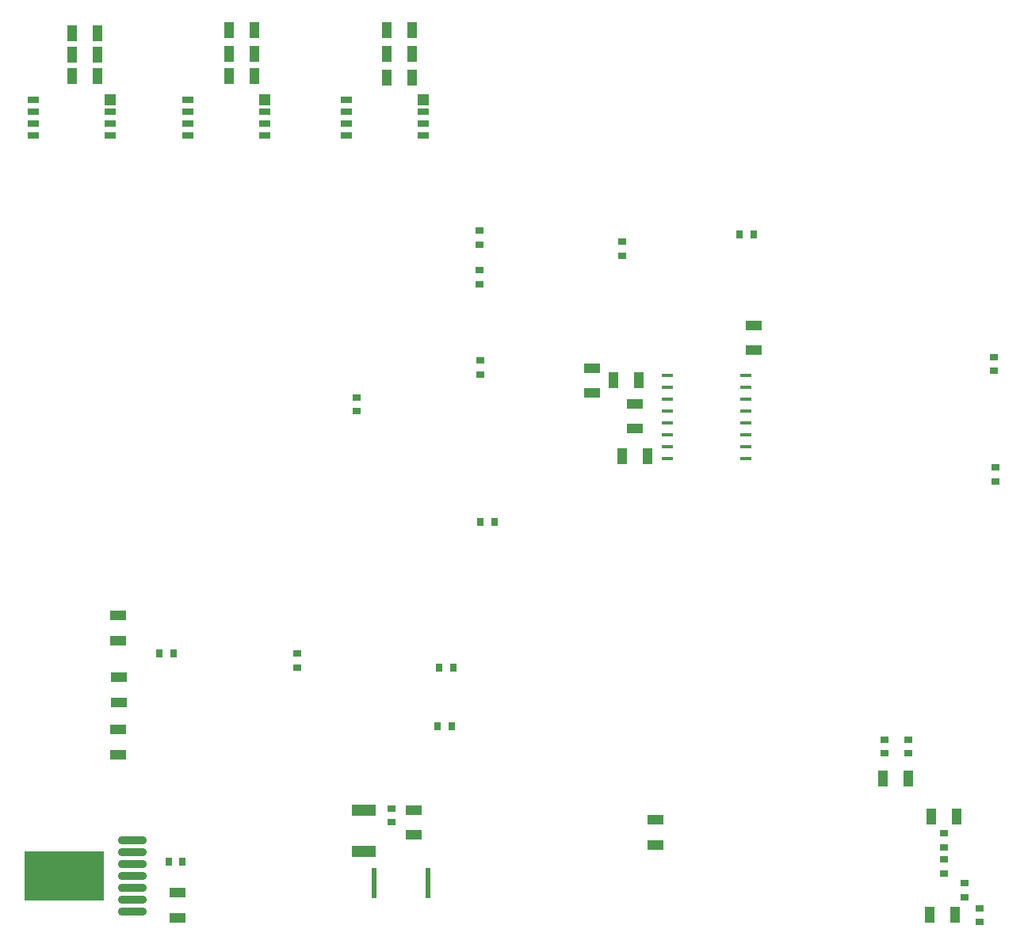
<source format=gtp>
G04 Layer_Color=8421504*
%FSLAX25Y25*%
%MOIN*%
G70*
G01*
G75*
%ADD10R,0.04331X0.06693*%
%ADD11R,0.04724X0.04724*%
%ADD12R,0.04724X0.03150*%
%ADD13R,0.03543X0.02756*%
%ADD14R,0.06693X0.04331*%
%ADD15R,0.02756X0.03543*%
%ADD16R,0.03543X0.03150*%
%ADD17R,0.02362X0.12598*%
%ADD18R,0.10236X0.04724*%
%ADD19R,0.03150X0.03543*%
%ADD20R,0.04750X0.01600*%
%ADD21O,0.12047X0.03504*%
%ADD22R,0.33622X0.21063*%
D10*
X275815Y487000D02*
D03*
X265185D02*
D03*
Y477000D02*
D03*
X275815D02*
D03*
X265185Y467000D02*
D03*
X275815D02*
D03*
X209315Y487000D02*
D03*
X198685D02*
D03*
Y477000D02*
D03*
X209315D02*
D03*
X198685Y467500D02*
D03*
X209315D02*
D03*
X143315Y485500D02*
D03*
X132685D02*
D03*
Y476500D02*
D03*
X143315D02*
D03*
X132685Y467500D02*
D03*
X143315D02*
D03*
X374630Y307500D02*
D03*
X364000D02*
D03*
X494185Y156000D02*
D03*
X504815D02*
D03*
X504130Y114500D02*
D03*
X493500D02*
D03*
X473870Y172000D02*
D03*
X484500D02*
D03*
X360500Y339500D02*
D03*
X371130D02*
D03*
D11*
X280500Y457500D02*
D03*
X213784D02*
D03*
X148784D02*
D03*
D12*
X280500Y447500D02*
D03*
Y442500D02*
D03*
Y452500D02*
D03*
X248217Y457500D02*
D03*
Y452500D02*
D03*
Y447500D02*
D03*
Y442500D02*
D03*
X213784Y447500D02*
D03*
Y442500D02*
D03*
Y452500D02*
D03*
X181500Y457500D02*
D03*
Y452500D02*
D03*
Y447500D02*
D03*
Y442500D02*
D03*
X148784Y447500D02*
D03*
Y442500D02*
D03*
Y452500D02*
D03*
X116500Y457500D02*
D03*
Y452500D02*
D03*
Y447500D02*
D03*
Y442500D02*
D03*
D13*
X521000Y297047D02*
D03*
Y302953D02*
D03*
X520500Y343547D02*
D03*
Y349453D02*
D03*
X252500Y332453D02*
D03*
Y326547D02*
D03*
X304500Y342000D02*
D03*
Y347905D02*
D03*
X499500Y143000D02*
D03*
Y148906D02*
D03*
Y132095D02*
D03*
Y138000D02*
D03*
X508000Y122000D02*
D03*
Y127905D02*
D03*
X514500Y111547D02*
D03*
Y117453D02*
D03*
X304000Y385953D02*
D03*
Y380047D02*
D03*
X304000Y396595D02*
D03*
Y402500D02*
D03*
X364000Y398000D02*
D03*
Y392094D02*
D03*
X484500Y182547D02*
D03*
Y188453D02*
D03*
X474500Y188453D02*
D03*
Y182547D02*
D03*
X227500Y218595D02*
D03*
Y224500D02*
D03*
D14*
X369500Y319185D02*
D03*
Y329815D02*
D03*
X351500Y334185D02*
D03*
Y344815D02*
D03*
X152000Y240630D02*
D03*
Y230000D02*
D03*
Y192500D02*
D03*
Y181870D02*
D03*
X152500Y214500D02*
D03*
Y203870D02*
D03*
X276500Y148185D02*
D03*
Y158815D02*
D03*
X177000Y124000D02*
D03*
Y113370D02*
D03*
X419500Y352185D02*
D03*
Y362815D02*
D03*
X378000Y154500D02*
D03*
Y143870D02*
D03*
D15*
X310500Y280000D02*
D03*
X304594D02*
D03*
X413500Y401000D02*
D03*
X419406D02*
D03*
X286547Y194000D02*
D03*
X292453D02*
D03*
X287094Y218500D02*
D03*
X293000D02*
D03*
X169547Y224500D02*
D03*
X175453D02*
D03*
D16*
X267000Y153744D02*
D03*
Y159256D02*
D03*
D17*
X259665Y128000D02*
D03*
X282500D02*
D03*
D18*
X255500Y141339D02*
D03*
Y158661D02*
D03*
D19*
X173488Y137000D02*
D03*
X179000D02*
D03*
D20*
X416000Y316500D02*
D03*
Y321500D02*
D03*
Y326500D02*
D03*
Y341500D02*
D03*
Y336500D02*
D03*
Y331500D02*
D03*
Y311500D02*
D03*
Y306500D02*
D03*
X383000D02*
D03*
Y311500D02*
D03*
Y331500D02*
D03*
Y336500D02*
D03*
Y341500D02*
D03*
Y326500D02*
D03*
Y321500D02*
D03*
Y316500D02*
D03*
D21*
X158260Y116000D02*
D03*
Y121000D02*
D03*
Y126000D02*
D03*
Y131000D02*
D03*
Y136000D02*
D03*
Y141000D02*
D03*
Y146000D02*
D03*
D22*
X129500Y131000D02*
D03*
M02*

</source>
